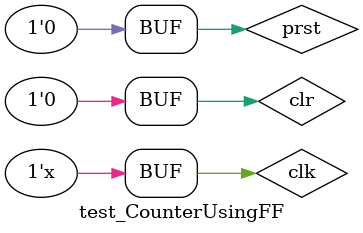
<source format=v>
`timescale 1ns / 1ps

module test_CounterUsingFF();
    
    reg clk=0,clr,prst;
    wire [3:0] downCount;
    
    always #10 clk = ~clk;
    
    CounterUsingFF c1(clr,prst,clk,downCount);
    
    initial begin
    
        clr = 1; prst = 0;
        #20 clr = 0; prst = 1;
        #20 clr = 0; prst = 0;
    
    end
    
endmodule

</source>
